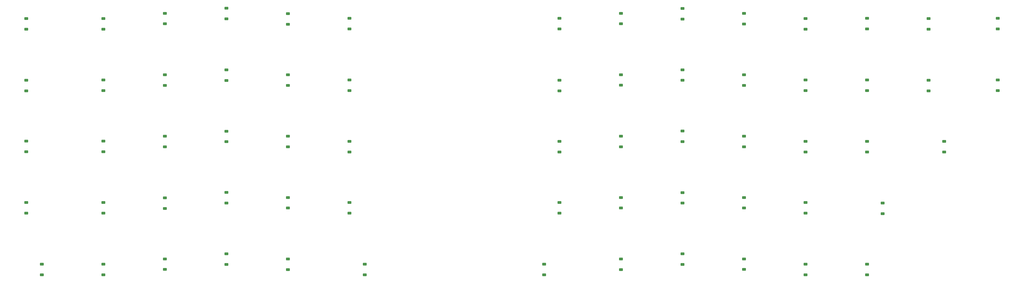
<source format=gbp>
G04 #@! TF.GenerationSoftware,KiCad,Pcbnew,8.0.2*
G04 #@! TF.CreationDate,2024-05-24T11:31:22+03:00*
G04 #@! TF.ProjectId,ratless65,7261746c-6573-4733-9635-2e6b69636164,rev?*
G04 #@! TF.SameCoordinates,Original*
G04 #@! TF.FileFunction,Paste,Bot*
G04 #@! TF.FilePolarity,Positive*
%FSLAX46Y46*%
G04 Gerber Fmt 4.6, Leading zero omitted, Abs format (unit mm)*
G04 Created by KiCad (PCBNEW 8.0.2) date 2024-05-24 11:31:22*
%MOMM*%
%LPD*%
G01*
G04 APERTURE LIST*
G04 Aperture macros list*
%AMRoundRect*
0 Rectangle with rounded corners*
0 $1 Rounding radius*
0 $2 $3 $4 $5 $6 $7 $8 $9 X,Y pos of 4 corners*
0 Add a 4 corners polygon primitive as box body*
4,1,4,$2,$3,$4,$5,$6,$7,$8,$9,$2,$3,0*
0 Add four circle primitives for the rounded corners*
1,1,$1+$1,$2,$3*
1,1,$1+$1,$4,$5*
1,1,$1+$1,$6,$7*
1,1,$1+$1,$8,$9*
0 Add four rect primitives between the rounded corners*
20,1,$1+$1,$2,$3,$4,$5,0*
20,1,$1+$1,$4,$5,$6,$7,0*
20,1,$1+$1,$6,$7,$8,$9,0*
20,1,$1+$1,$8,$9,$2,$3,0*%
G04 Aperture macros list end*
%ADD10RoundRect,0.225000X0.375000X-0.225000X0.375000X0.225000X-0.375000X0.225000X-0.375000X-0.225000X0*%
G04 APERTURE END LIST*
D10*
X320675000Y-66006250D03*
X320675000Y-62706250D03*
X41275000Y-103981250D03*
X41275000Y-100681250D03*
X306387500Y-104106250D03*
X306387500Y-100806250D03*
X225425000Y-45243750D03*
X225425000Y-41943750D03*
X65087500Y-123093750D03*
X65087500Y-119793750D03*
X84137500Y-45243750D03*
X84137500Y-41943750D03*
X103187500Y-62831250D03*
X103187500Y-59531250D03*
X103187500Y-43656250D03*
X103187500Y-40356250D03*
X84137500Y-121443750D03*
X84137500Y-118143750D03*
X244475000Y-81756250D03*
X244475000Y-78456250D03*
X103187500Y-100806250D03*
X103187500Y-97506250D03*
X263525000Y-83406250D03*
X263525000Y-80106250D03*
X225425000Y-102393750D03*
X225425000Y-99093750D03*
X41275000Y-66006250D03*
X41275000Y-62706250D03*
X206375000Y-103981250D03*
X206375000Y-100681250D03*
X141287500Y-103981250D03*
X141287500Y-100681250D03*
X141287500Y-46831250D03*
X141287500Y-43531250D03*
X84137500Y-102518750D03*
X84137500Y-99218750D03*
X84137500Y-83406250D03*
X84137500Y-80106250D03*
X122237500Y-121506250D03*
X122237500Y-118206250D03*
X41275000Y-46893750D03*
X41275000Y-43593750D03*
X301625000Y-65943750D03*
X301625000Y-62643750D03*
X65087500Y-46893750D03*
X65087500Y-43593750D03*
X206375000Y-66006250D03*
X206375000Y-62706250D03*
X103187500Y-81818750D03*
X103187500Y-78518750D03*
X225425000Y-64293750D03*
X225425000Y-60993750D03*
X103187500Y-119856250D03*
X103187500Y-116556250D03*
X244475000Y-119856250D03*
X244475000Y-116556250D03*
X84137500Y-64356250D03*
X84137500Y-61056250D03*
X263525000Y-64356250D03*
X263525000Y-61056250D03*
X282575000Y-123093750D03*
X282575000Y-119793750D03*
X206375000Y-84993750D03*
X206375000Y-81693750D03*
X263525000Y-121443750D03*
X263525000Y-118143750D03*
X206375000Y-46831250D03*
X206375000Y-43531250D03*
X225425000Y-121506250D03*
X225425000Y-118206250D03*
X201612500Y-123093750D03*
X201612500Y-119793750D03*
X141287500Y-65943750D03*
X141287500Y-62643750D03*
X263525000Y-102393750D03*
X263525000Y-99093750D03*
X65087500Y-103981250D03*
X65087500Y-100681250D03*
X301625000Y-123093750D03*
X301625000Y-119793750D03*
X146050000Y-123093750D03*
X146050000Y-119793750D03*
X263525000Y-45306250D03*
X263525000Y-42006250D03*
X122237500Y-45368750D03*
X122237500Y-42068750D03*
X244475000Y-62768750D03*
X244475000Y-59468750D03*
X282575000Y-65943750D03*
X282575000Y-62643750D03*
X301625000Y-46831250D03*
X301625000Y-43531250D03*
X320675000Y-46893750D03*
X320675000Y-43593750D03*
X65087500Y-65943750D03*
X65087500Y-62643750D03*
X122237500Y-64356250D03*
X122237500Y-61056250D03*
X325437500Y-84993750D03*
X325437500Y-81693750D03*
X141287500Y-84993750D03*
X141287500Y-81693750D03*
X122237500Y-102393750D03*
X122237500Y-99093750D03*
X282575000Y-103981250D03*
X282575000Y-100681250D03*
X225425000Y-83406250D03*
X225425000Y-80106250D03*
X342106250Y-65943750D03*
X342106250Y-62643750D03*
X65087500Y-84931250D03*
X65087500Y-81631250D03*
X244475000Y-43781250D03*
X244475000Y-40481250D03*
X282575000Y-46893750D03*
X282575000Y-43593750D03*
X41275000Y-84931250D03*
X41275000Y-81631250D03*
X122237500Y-83406250D03*
X122237500Y-80106250D03*
X244475000Y-100868750D03*
X244475000Y-97568750D03*
X301625000Y-84993750D03*
X301625000Y-81693750D03*
X46037500Y-123093750D03*
X46037500Y-119793750D03*
X342106250Y-46831250D03*
X342106250Y-43531250D03*
X282575000Y-84993750D03*
X282575000Y-81693750D03*
M02*

</source>
